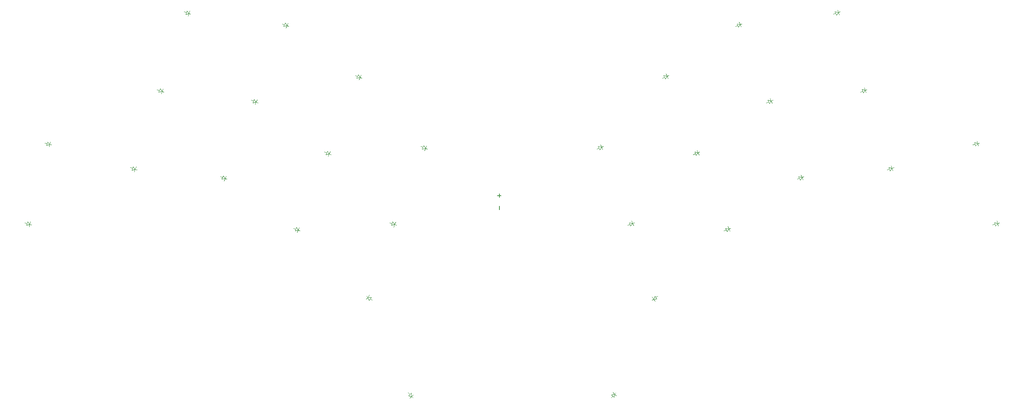
<source format=gbr>
%TF.GenerationSoftware,KiCad,Pcbnew,8.0.9-1.fc41*%
%TF.CreationDate,2025-03-23T19:42:44+11:00*%
%TF.ProjectId,iiwi,69697769-2e6b-4696-9361-645f70636258,0.1*%
%TF.SameCoordinates,Original*%
%TF.FileFunction,Legend,Top*%
%TF.FilePolarity,Positive*%
%FSLAX46Y46*%
G04 Gerber Fmt 4.6, Leading zero omitted, Abs format (unit mm)*
G04 Created by KiCad (PCBNEW 8.0.9-1.fc41) date 2025-03-23 19:42:44*
%MOMM*%
%LPD*%
G01*
G04 APERTURE LIST*
%ADD10C,0.200000*%
%ADD11C,0.100000*%
G04 APERTURE END LIST*
D10*
X169603347Y-138998983D02*
X169603347Y-138237079D01*
X169603349Y-136398981D02*
X169603349Y-135637077D01*
X169984302Y-136018029D02*
X169222397Y-136018029D01*
D11*
%TO.C,SW12*%
X126231574Y-143491342D02*
X126531254Y-142749584D01*
X126381417Y-143120475D02*
X125917820Y-142933168D01*
X126531254Y-142749584D02*
X126937733Y-143345203D01*
X126937733Y-143345203D02*
X126231574Y-143491342D01*
X126937733Y-143345203D02*
X126731689Y-143855193D01*
X126937733Y-143345203D02*
X127143759Y-142835254D01*
X127308610Y-143495062D02*
X126937733Y-143345203D01*
%TO.C,S14*%
X274563184Y-141671825D02*
X275242131Y-141914791D01*
X274659954Y-142059942D02*
X274174805Y-142180901D01*
X274756724Y-142448061D02*
X274563184Y-141671825D01*
X275242131Y-141914791D02*
X274756724Y-142448061D01*
X275242131Y-141914791D02*
X275109073Y-141381130D01*
X275242131Y-141914791D02*
X275375187Y-142448454D01*
X275630248Y-141818021D02*
X275242131Y-141914791D01*
%TO.C,SW1*%
X103049217Y-97484221D02*
X103309653Y-96727795D01*
X103179449Y-97106015D02*
X102706684Y-96943234D01*
X103309653Y-96727795D02*
X103746773Y-97301331D01*
X103746773Y-97301331D02*
X103049217Y-97484221D01*
X103746773Y-97301331D02*
X103567707Y-97821385D01*
X103746773Y-97301331D02*
X103925829Y-96781299D01*
X104124980Y-97431555D02*
X103746773Y-97301331D01*
%TO.C,S27*%
X150293917Y-178495650D02*
X150878994Y-177950054D01*
X150586464Y-178222864D02*
X150245461Y-177857171D01*
X150878994Y-177950054D02*
X150995664Y-178661646D01*
X150995664Y-178661646D02*
X150293917Y-178495650D01*
X150995664Y-178661646D02*
X150593418Y-179036767D01*
X150995664Y-178661646D02*
X151397919Y-178286549D01*
X151268470Y-178954221D02*
X150995664Y-178661646D01*
%TO.C,SW26*%
X204449343Y-110489582D02*
X205155504Y-110635664D01*
X204599224Y-110860448D02*
X204135619Y-111047747D01*
X204749051Y-111231336D02*
X204449343Y-110489582D01*
X205155504Y-110635664D02*
X204749051Y-111231336D01*
X205155504Y-110635664D02*
X204949468Y-110125704D01*
X205155504Y-110635664D02*
X205361554Y-111145632D01*
X205526384Y-110485823D02*
X205155504Y-110635664D01*
%TO.C,SW27*%
X219955321Y-99496182D02*
X220661482Y-99642264D01*
X220105202Y-99867048D02*
X219641597Y-100054347D01*
X220255029Y-100237936D02*
X219955321Y-99496182D01*
X220661482Y-99642264D02*
X220255029Y-100237936D01*
X220661482Y-99642264D02*
X220455446Y-99132304D01*
X220661482Y-99642264D02*
X220867532Y-100152232D01*
X221032362Y-99492423D02*
X220661482Y-99642264D01*
%TO.C,SW3*%
X139342812Y-111039861D02*
X139642492Y-110298103D01*
X139492655Y-110668994D02*
X139029058Y-110481687D01*
X139642492Y-110298103D02*
X140048971Y-110893722D01*
X140048971Y-110893722D02*
X139342812Y-111039861D01*
X140048971Y-110893722D02*
X139842927Y-111403712D01*
X140048971Y-110893722D02*
X140254997Y-110383773D01*
X140419848Y-111043581D02*
X140048971Y-110893722D01*
%TO.C,SW6*%
X117273194Y-116278921D02*
X117572874Y-115537163D01*
X117423037Y-115908054D02*
X116959440Y-115720747D01*
X117572874Y-115537163D02*
X117979353Y-116132782D01*
X117979353Y-116132782D02*
X117273194Y-116278921D01*
X117979353Y-116132782D02*
X117773309Y-116642772D01*
X117979353Y-116132782D02*
X118185379Y-115622833D01*
X118350230Y-116282641D02*
X117979353Y-116132782D01*
%TO.C,S14*%
X201956196Y-158242999D02*
X202275648Y-158002275D01*
X202275648Y-158002275D02*
X201944650Y-157563025D01*
X202275648Y-158002275D02*
X202514103Y-157321735D01*
X202275648Y-158002275D02*
X202606644Y-158441522D01*
X202514103Y-157321735D02*
X202995554Y-157960637D01*
X202754827Y-157641188D02*
X203154147Y-157340283D01*
X202995554Y-157960637D02*
X202275648Y-158002275D01*
%TO.C,SW10*%
X91654308Y-130577385D02*
X91914744Y-129820959D01*
X91784540Y-130199179D02*
X91311775Y-130036398D01*
X91914744Y-129820959D02*
X92351864Y-130394495D01*
X92351864Y-130394495D02*
X91654308Y-130577385D01*
X92351864Y-130394495D02*
X92172798Y-130914549D01*
X92351864Y-130394495D02*
X92530920Y-129874463D01*
X92730071Y-130524719D02*
X92351864Y-130394495D01*
%TO.C,SW19*%
X252161465Y-129983780D02*
X252859005Y-130166624D01*
X252291725Y-130361989D02*
X251818960Y-130524777D01*
X252421938Y-130740195D02*
X252161465Y-129983780D01*
X252859005Y-130166624D02*
X252421938Y-130740195D01*
X252859005Y-130166624D02*
X252679949Y-129646586D01*
X252859005Y-130166624D02*
X253038077Y-130686668D01*
X253237226Y-130036394D02*
X252859005Y-130166624D01*
%TO.C,SW21*%
X197123468Y-141754240D02*
X197829629Y-141900322D01*
X197273349Y-142125106D02*
X196809744Y-142312405D01*
X197423176Y-142495994D02*
X197123468Y-141754240D01*
X197829629Y-141900322D02*
X197423176Y-142495994D01*
X197829629Y-141900322D02*
X197623593Y-141390362D01*
X197829629Y-141900322D02*
X198035679Y-142410290D01*
X198200509Y-141750481D02*
X197829629Y-141900322D01*
%TO.C,SW22*%
X210998560Y-126711160D02*
X211704721Y-126857242D01*
X211148441Y-127082026D02*
X210684836Y-127269325D01*
X211298268Y-127452914D02*
X210998560Y-126711160D01*
X211704721Y-126857242D02*
X211298268Y-127452914D01*
X211704721Y-126857242D02*
X211498685Y-126347282D01*
X211704721Y-126857242D02*
X211910771Y-127367210D01*
X212075601Y-126707401D02*
X211704721Y-126857242D01*
%TO.C,SW23*%
X226512519Y-115724489D02*
X227218680Y-115870571D01*
X226662400Y-116095355D02*
X226198795Y-116282654D01*
X226812227Y-116466243D02*
X226512519Y-115724489D01*
X227218680Y-115870571D02*
X226812227Y-116466243D01*
X227218680Y-115870571D02*
X227012644Y-115360611D01*
X227218680Y-115870571D02*
X227424730Y-116380539D01*
X227589560Y-115720730D02*
X227218680Y-115870571D01*
%TO.C,SW2*%
X123828811Y-100053230D02*
X124128491Y-99311472D01*
X123978654Y-99682363D02*
X123515057Y-99495056D01*
X124128491Y-99311472D02*
X124534970Y-99907091D01*
X124534970Y-99907091D02*
X123828811Y-100053230D01*
X124534970Y-99907091D02*
X124328926Y-100417081D01*
X124534970Y-99907091D02*
X124740996Y-99397142D01*
X124905847Y-100056950D02*
X124534970Y-99907091D01*
%TO.C,SW9*%
X73540784Y-125346931D02*
X73734300Y-124570684D01*
X73637554Y-124958821D02*
X73152406Y-124837837D01*
X73734300Y-124570684D02*
X74219736Y-125103939D01*
X74219736Y-125103939D02*
X73540784Y-125346931D01*
X74219736Y-125103939D02*
X74086671Y-125637634D01*
X74219736Y-125103939D02*
X74352779Y-124570283D01*
X74607862Y-125200710D02*
X74219736Y-125103939D01*
%TO.C,SW11*%
X110717529Y-132504694D02*
X111017209Y-131762936D01*
X110867372Y-132133827D02*
X110403775Y-131946520D01*
X111017209Y-131762936D02*
X111423688Y-132358555D01*
X111423688Y-132358555D02*
X110717529Y-132504694D01*
X111423688Y-132358555D02*
X111217644Y-132868545D01*
X111423688Y-132358555D02*
X111629714Y-131848606D01*
X111794565Y-132508414D02*
X111423688Y-132358555D01*
%TO.C,S1*%
X69307150Y-142327103D02*
X69500690Y-141550863D01*
X69403921Y-141938981D02*
X68918769Y-141818020D01*
X69500690Y-141550863D02*
X69986098Y-142084138D01*
X69986098Y-142084138D02*
X69307150Y-142327103D01*
X69986098Y-142084138D02*
X69853042Y-142617798D01*
X69986098Y-142084138D02*
X70119155Y-141550474D01*
X70374214Y-142180905D02*
X69986098Y-142084138D01*
%TO.C,S28*%
X193329013Y-178315737D02*
X194030738Y-178149715D01*
X193621565Y-178588527D02*
X193280550Y-178954212D01*
X193914102Y-178861327D02*
X193329013Y-178315737D01*
X194030738Y-178149715D02*
X193628490Y-177774605D01*
X194030738Y-178149715D02*
X193914102Y-178861327D01*
X194030738Y-178149715D02*
X194433003Y-178524811D01*
X194303565Y-177857163D02*
X194030738Y-178149715D01*
%TO.C,SW7*%
X132787155Y-127265604D02*
X133086835Y-126523846D01*
X132936998Y-126894737D02*
X132473401Y-126707430D01*
X133086835Y-126523846D02*
X133493314Y-127119465D01*
X133493314Y-127119465D02*
X132787155Y-127265604D01*
X133493314Y-127119465D02*
X133287270Y-127629455D01*
X133493314Y-127119465D02*
X133699340Y-126609516D01*
X133864191Y-127269324D02*
X133493314Y-127119465D01*
%TO.C,S15*%
X270329549Y-124691650D02*
X271008496Y-124934616D01*
X270426319Y-125079767D02*
X269941170Y-125200726D01*
X270523089Y-125467886D02*
X270329549Y-124691650D01*
X271008496Y-124934616D02*
X270523089Y-125467886D01*
X271008496Y-124934616D02*
X270875438Y-124400955D01*
X271008496Y-124934616D02*
X271141552Y-125468279D01*
X271396613Y-124837846D02*
X271008496Y-124934616D01*
%TO.C,SW24*%
X246457329Y-113430977D02*
X247154869Y-113613821D01*
X246587589Y-113809186D02*
X246114824Y-113971974D01*
X246717802Y-114187392D02*
X246457329Y-113430977D01*
X247154869Y-113613821D02*
X246717802Y-114187392D01*
X247154869Y-113613821D02*
X246975813Y-113093783D01*
X247154869Y-113613821D02*
X247333941Y-114133865D01*
X247533090Y-113483591D02*
X247154869Y-113613821D01*
%TO.C,SW25*%
X190564400Y-125526462D02*
X191270561Y-125672544D01*
X190714281Y-125897328D02*
X190250676Y-126084627D01*
X190864108Y-126268216D02*
X190564400Y-125526462D01*
X191270561Y-125672544D02*
X190864108Y-126268216D01*
X191270561Y-125672544D02*
X191064525Y-125162584D01*
X191270561Y-125672544D02*
X191476611Y-126182512D01*
X191641441Y-125522703D02*
X191270561Y-125672544D01*
%TO.C,SW5*%
X97351771Y-114030785D02*
X97612207Y-113274359D01*
X97482003Y-113652579D02*
X97009238Y-113489798D01*
X97612207Y-113274359D02*
X98049327Y-113847895D01*
X98049327Y-113847895D02*
X97351771Y-114030785D01*
X98049327Y-113847895D02*
X97870261Y-114367949D01*
X98049327Y-113847895D02*
X98228383Y-113327863D01*
X98427534Y-113978119D02*
X98049327Y-113847895D01*
%TO.C,SW4*%
X153217902Y-126082982D02*
X153517582Y-125341224D01*
X153367745Y-125712115D02*
X152904148Y-125524808D01*
X153517582Y-125341224D02*
X153924061Y-125936843D01*
X153924061Y-125936843D02*
X153217902Y-126082982D01*
X153924061Y-125936843D02*
X153718017Y-126446833D01*
X153924061Y-125936843D02*
X154130087Y-125426894D01*
X154294938Y-126086702D02*
X153924061Y-125936843D01*
%TO.C,S14*%
X141383693Y-157340868D02*
X141703145Y-157581593D01*
X141703145Y-157581593D02*
X141372149Y-158020843D01*
X141703145Y-157581593D02*
X142034143Y-157142344D01*
X141703145Y-157581593D02*
X142423052Y-157623228D01*
X141941600Y-158262135D02*
X141703145Y-157581593D01*
X142182326Y-157942682D02*
X142581643Y-158243591D01*
X142423052Y-157623228D02*
X141941600Y-158262135D01*
%TO.C,SW17*%
X217554144Y-142936876D02*
X218260305Y-143082958D01*
X217704025Y-143307742D02*
X217240420Y-143495041D01*
X217853852Y-143678630D02*
X217554144Y-142936876D01*
X218260305Y-143082958D02*
X217853852Y-143678630D01*
X218260305Y-143082958D02*
X218054269Y-142572998D01*
X218260305Y-143082958D02*
X218466355Y-143592926D01*
X218631185Y-142933117D02*
X218260305Y-143082958D01*
%TO.C,SW28*%
X240774787Y-96897484D02*
X241472327Y-97080328D01*
X240905047Y-97275693D02*
X240432282Y-97438481D01*
X241035260Y-97653899D02*
X240774787Y-96897484D01*
X241472327Y-97080328D02*
X241035260Y-97653899D01*
X241472327Y-97080328D02*
X241293271Y-96560290D01*
X241472327Y-97080328D02*
X241651399Y-97600372D01*
X241850548Y-96950098D02*
X241472327Y-97080328D01*
%TO.C,SW18*%
X233068110Y-131950247D02*
X233774271Y-132096329D01*
X233217991Y-132321113D02*
X232754386Y-132508412D01*
X233367818Y-132692001D02*
X233068110Y-131950247D01*
X233774271Y-132096329D02*
X233367818Y-132692001D01*
X233774271Y-132096329D02*
X233568235Y-131586369D01*
X233774271Y-132096329D02*
X233980321Y-132606297D01*
X234145151Y-131946488D02*
X233774271Y-132096329D01*
%TO.C,SW8*%
X146662280Y-142308707D02*
X146961960Y-141566949D01*
X146812123Y-141937840D02*
X146348526Y-141750533D01*
X146961960Y-141566949D02*
X147368439Y-142162568D01*
X147368439Y-142162568D02*
X146662280Y-142308707D01*
X147368439Y-142162568D02*
X147162395Y-142672558D01*
X147368439Y-142162568D02*
X147574465Y-141652619D01*
X147739316Y-142312427D02*
X147368439Y-142162568D01*
%TD*%
M02*

</source>
